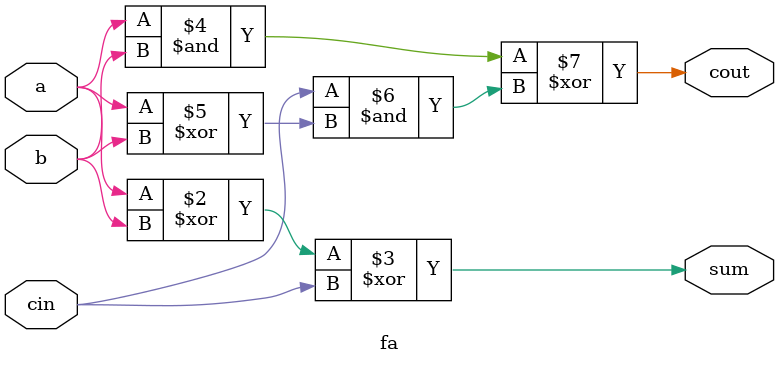
<source format=sv>
/*------------------------------ FULL ADDER*/

module fa(a,b,cin,sum,cout);

	/*------------------------------ PORT*/
	input logic a,b,cin;
	output logic sum,cout;

	/*------------------------------ ALWAYS*/
	always_comb begin
   		sum  = a ^ b ^ cin;
		cout = (a & b) ^ (cin & (a ^ b)); 
	end
  
endmodule : fa


</source>
